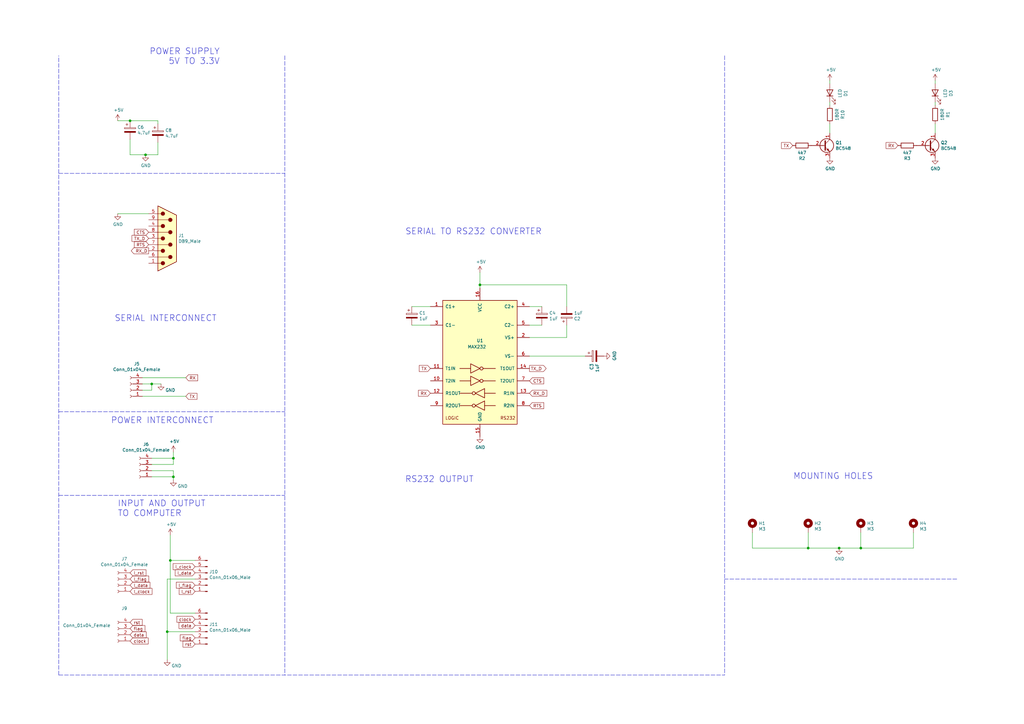
<source format=kicad_sch>
(kicad_sch (version 20211123) (generator eeschema)
  (paper "A3")
  (title_block (title "ASCII VIDEO TERMINAL") (date "2021-07-18") (rev "1.0") (company "Silicon Chip") (comment 1 "Desiged by Geoff Graham") (comment 2 "PCB by Gwyllym Suter") (comment 3 "Source code https://geoffg.net/terminal.html"))
  (lib_symbols
    (symbol "Connector:Conn_01x04_Female" (pin_names (offset 1.016) hide)
      (property "Reference" "J" (at 0 5.08 0))
      (property "Value" "Conn_01x04_Female" (at 0 -7.62 0))
      (symbol "Conn_01x04_Female_1_1"
        (arc (start 0 -4.572) (mid -0.508 -5.08) (end 0 -5.588) (stroke (width 0.1524)))
        (arc (start 0 -2.032) (mid -0.508 -2.54) (end 0 -3.048) (stroke (width 0.1524)))
        (polyline (pts (xy -1.27 -5.08) (xy -0.508 -5.08)) (stroke (width 0.1524)))
        (polyline (pts (xy -1.27 -2.54) (xy -0.508 -2.54)) (stroke (width 0.1524)))
        (polyline (pts (xy -1.27 0) (xy -0.508 0)) (stroke (width 0.1524)))
        (polyline (pts (xy -1.27 2.54) (xy -0.508 2.54)) (stroke (width 0.1524)))
        (arc (start 0 0.508) (mid -0.508 0) (end 0 -0.508) (stroke (width 0.1524)))
        (arc (start 0 3.048) (mid -0.508 2.54) (end 0 2.032) (stroke (width 0.1524)))
        (pin passive line (at -5.08 2.54 0) (length 3.81) (name "Pin_1") (number "1"))
        (pin passive line (at -5.08 0 0) (length 3.81) (name "Pin_2") (number "2"))
        (pin passive line (at -5.08 -2.54 0) (length 3.81) (name "Pin_3") (number "3"))
        (pin passive line (at -5.08 -5.08 0) (length 3.81) (name "Pin_4") (number "4"))
      )
    )
    (symbol "Connector:Conn_01x06_Male" (pin_names (offset 1.016) hide)
      (property "Reference" "J" (at 0 7.62 0))
      (property "Value" "Conn_01x06_Male" (at 0 -10.16 0))
      (symbol "Conn_01x06_Male_1_1"
        (polyline (pts (xy 1.27 -7.62) (xy 0.8636 -7.62)) (stroke (width 0.1524)))
        (polyline (pts (xy 1.27 -5.08) (xy 0.8636 -5.08)) (stroke (width 0.1524)))
        (polyline (pts (xy 1.27 -2.54) (xy 0.8636 -2.54)) (stroke (width 0.1524)))
        (polyline (pts (xy 1.27 0) (xy 0.8636 0)) (stroke (width 0.1524)))
        (polyline (pts (xy 1.27 2.54) (xy 0.8636 2.54)) (stroke (width 0.1524)))
        (polyline (pts (xy 1.27 5.08) (xy 0.8636 5.08)) (stroke (width 0.1524)))
        (rectangle (start 0.8636 -7.493) (end 0 -7.747) (stroke (width 0.1524)) (fill (type outline)))
        (rectangle (start 0.8636 -4.953) (end 0 -5.207) (stroke (width 0.1524)) (fill (type outline)))
        (rectangle (start 0.8636 -2.413) (end 0 -2.667) (stroke (width 0.1524)) (fill (type outline)))
        (rectangle (start 0.8636 0.127) (end 0 -0.127) (stroke (width 0.1524)) (fill (type outline)))
        (rectangle (start 0.8636 2.667) (end 0 2.413) (stroke (width 0.1524)) (fill (type outline)))
        (rectangle (start 0.8636 5.207) (end 0 4.953) (stroke (width 0.1524)) (fill (type outline)))
        (pin passive line (at 5.08 5.08 180) (length 3.81) (name "Pin_1") (number "1"))
        (pin passive line (at 5.08 2.54 180) (length 3.81) (name "Pin_2") (number "2"))
        (pin passive line (at 5.08 0 180) (length 3.81) (name "Pin_3") (number "3"))
        (pin passive line (at 5.08 -2.54 180) (length 3.81) (name "Pin_4") (number "4"))
        (pin passive line (at 5.08 -5.08 180) (length 3.81) (name "Pin_5") (number "5"))
        (pin passive line (at 5.08 -7.62 180) (length 3.81) (name "Pin_6") (number "6"))
      )
    )
    (symbol "Connector:DB9_Male" (pin_names (offset 1.016) hide)
      (property "Reference" "J" (at 0 13.97 0))
      (property "Value" "DB9_Male" (at 0 -14.605 0))
      (symbol "DB9_Male_0_1"
        (circle (center -1.778 -10.16) (radius 0.762) (fill (type outline)))
        (circle (center -1.778 -5.08) (radius 0.762) (fill (type outline)))
        (circle (center -1.778 0) (radius 0.762) (fill (type outline)))
        (circle (center -1.778 5.08) (radius 0.762) (fill (type outline)))
        (circle (center -1.778 10.16) (radius 0.762) (fill (type outline)))
        (polyline (pts (xy -3.81 -10.16) (xy -2.54 -10.16)))
        (polyline (pts (xy -3.81 -7.62) (xy 0.508 -7.62)))
        (polyline (pts (xy -3.81 -5.08) (xy -2.54 -5.08)))
        (polyline (pts (xy -3.81 -2.54) (xy 0.508 -2.54)))
        (polyline (pts (xy -3.81 0) (xy -2.54 0)))
        (polyline (pts (xy -3.81 2.54) (xy 0.508 2.54)))
        (polyline (pts (xy -3.81 5.08) (xy -2.54 5.08)))
        (polyline (pts (xy -3.81 7.62) (xy 0.508 7.62)))
        (polyline (pts (xy -3.81 10.16) (xy -2.54 10.16)))
        (polyline (pts (xy -3.81 -13.335) (xy -3.81 13.335) (xy 3.81 9.525) (xy 3.81 -9.525) (xy -3.81 -13.335)) (stroke (width 0.254)) (fill (type background)))
        (circle (center 1.27 -7.62) (radius 0.762) (fill (type outline)))
        (circle (center 1.27 -2.54) (radius 0.762) (fill (type outline)))
        (circle (center 1.27 2.54) (radius 0.762) (fill (type outline)))
        (circle (center 1.27 7.62) (radius 0.762) (fill (type outline)))
      )
      (symbol "DB9_Male_1_1"
        (pin passive line (at -7.62 -10.16 0) (length 3.81) (name "1") (number "1"))
        (pin passive line (at -7.62 -5.08 0) (length 3.81) (name "2") (number "2"))
        (pin passive line (at -7.62 0 0) (length 3.81) (name "3") (number "3"))
        (pin passive line (at -7.62 5.08 0) (length 3.81) (name "4") (number "4"))
        (pin passive line (at -7.62 10.16 0) (length 3.81) (name "5") (number "5"))
        (pin passive line (at -7.62 -7.62 0) (length 3.81) (name "6") (number "6"))
        (pin passive line (at -7.62 -2.54 0) (length 3.81) (name "7") (number "7"))
        (pin passive line (at -7.62 2.54 0) (length 3.81) (name "8") (number "8"))
        (pin passive line (at -7.62 7.62 0) (length 3.81) (name "9") (number "9"))
      )
    )
    (symbol "Device:LED" (pin_numbers hide) (pin_names (offset 1.016) hide)
      (property "Reference" "D" (at 0 2.54 0))
      (property "Value" "LED" (at 0 -2.54 0))
      (symbol "LED_0_1"
        (polyline (pts (xy -1.27 -1.27) (xy -1.27 1.27)) (stroke (width 0.254)))
        (polyline (pts (xy -1.27 0) (xy 1.27 0)))
        (polyline (pts (xy 1.27 -1.27) (xy 1.27 1.27) (xy -1.27 0) (xy 1.27 -1.27)) (stroke (width 0.254)))
        (polyline (pts (xy -3.048 -0.762) (xy -4.572 -2.286) (xy -3.81 -2.286) (xy -4.572 -2.286) (xy -4.572 -1.524)))
        (polyline (pts (xy -1.778 -0.762) (xy -3.302 -2.286) (xy -2.54 -2.286) (xy -3.302 -2.286) (xy -3.302 -1.524)))
      )
      (symbol "LED_1_1"
        (pin passive line (at -3.81 0 0) (length 2.54) (name "K") (number "1"))
        (pin passive line (at 3.81 0 180) (length 2.54) (name "A") (number "2"))
      )
    )
    (symbol "Device:R" (pin_numbers hide) (pin_names (offset 0))
      (property "Reference" "R" (at 2.032 0 90))
      (property "Value" "R" (at 0 0 90))
      (symbol "R_0_1"
        (rectangle (start -1.016 -2.54) (end 1.016 2.54) (stroke (width 0.254)))
      )
      (symbol "R_1_1"
        (pin passive line (at 0 3.81 270) (length 1.27) (name "~") (number "1"))
        (pin passive line (at 0 -3.81 90) (length 1.27) (name "~") (number "2"))
      )
    )
    (symbol "Interface_UART:MAX232" (pin_names (offset 1.016))
      (property "Reference" "U" (at -2.54 28.575 0))
      (property "Value" "MAX232" (at -2.54 26.67 0))
      (symbol "MAX232_0_0"
        (text "LOGIC" (at -11.43 -22.86 0) (effects (font (size 1.27 1.27))))
        (text "RS232" (at 11.43 -22.86 0) (effects (font (size 1.27 1.27))))
      )
      (symbol "MAX232_0_1"
        (rectangle (start -15.24 -25.4) (end 15.24 25.4) (stroke (width 0.254)) (fill (type background)))
        (circle (center -2.54 -17.78) (radius 0.635) (stroke (width 0.254)))
        (circle (center -2.54 -12.7) (radius 0.635) (stroke (width 0.254)))
        (polyline (pts (xy -3.81 -7.62) (xy -8.255 -7.62)) (stroke (width 0.254)))
        (polyline (pts (xy -3.81 -2.54) (xy -8.255 -2.54)) (stroke (width 0.254)))
        (polyline (pts (xy -3.175 -17.78) (xy -8.255 -17.78)) (stroke (width 0.254)))
        (polyline (pts (xy -3.175 -12.7) (xy -8.255 -12.7)) (stroke (width 0.254)))
        (polyline (pts (xy 1.27 -7.62) (xy 6.35 -7.62)) (stroke (width 0.254)))
        (polyline (pts (xy 1.27 -2.54) (xy 6.35 -2.54)) (stroke (width 0.254)))
        (polyline (pts (xy 1.905 -17.78) (xy 6.35 -17.78)) (stroke (width 0.254)))
        (polyline (pts (xy 1.905 -12.7) (xy 6.35 -12.7)) (stroke (width 0.254)))
        (polyline (pts (xy -3.81 -5.715) (xy -3.81 -9.525) (xy 0 -7.62) (xy -3.81 -5.715)) (stroke (width 0.254)))
        (polyline (pts (xy -3.81 -0.635) (xy -3.81 -4.445) (xy 0 -2.54) (xy -3.81 -0.635)) (stroke (width 0.254)))
        (polyline (pts (xy 1.905 -15.875) (xy 1.905 -19.685) (xy -1.905 -17.78) (xy 1.905 -15.875)) (stroke (width 0.254)))
        (polyline (pts (xy 1.905 -10.795) (xy 1.905 -14.605) (xy -1.905 -12.7) (xy 1.905 -10.795)) (stroke (width 0.254)))
        (circle (center 0.635 -7.62) (radius 0.635) (stroke (width 0.254)))
        (circle (center 0.635 -2.54) (radius 0.635) (stroke (width 0.254)))
      )
      (symbol "MAX232_1_1"
        (pin passive line (at -20.32 22.86 0) (length 5.08) (name "C1+") (number "1"))
        (pin input line (at -20.32 -7.62 0) (length 5.08) (name "T2IN") (number "10"))
        (pin input line (at -20.32 -2.54 0) (length 5.08) (name "T1IN") (number "11"))
        (pin output line (at -20.32 -12.7 0) (length 5.08) (name "R1OUT") (number "12"))
        (pin input line (at 20.32 -12.7 180) (length 5.08) (name "R1IN") (number "13"))
        (pin output line (at 20.32 -2.54 180) (length 5.08) (name "T1OUT") (number "14"))
        (pin power_in line (at 0 -30.48 90) (length 5.08) (name "GND") (number "15"))
        (pin power_in line (at 0 30.48 270) (length 5.08) (name "VCC") (number "16"))
        (pin power_out line (at 20.32 10.16 180) (length 5.08) (name "VS+") (number "2"))
        (pin passive line (at -20.32 15.24 0) (length 5.08) (name "C1-") (number "3"))
        (pin passive line (at 20.32 22.86 180) (length 5.08) (name "C2+") (number "4"))
        (pin passive line (at 20.32 15.24 180) (length 5.08) (name "C2-") (number "5"))
        (pin power_out line (at 20.32 2.54 180) (length 5.08) (name "VS-") (number "6"))
        (pin output line (at 20.32 -7.62 180) (length 5.08) (name "T2OUT") (number "7"))
        (pin input line (at 20.32 -17.78 180) (length 5.08) (name "R2IN") (number "8"))
        (pin output line (at -20.32 -17.78 0) (length 5.08) (name "R2OUT") (number "9"))
      )
    )
    (symbol "Mechanical:MountingHole_Pad" (pin_numbers hide) (pin_names (offset 1.016) hide)
      (property "Reference" "H" (at 0 6.35 0))
      (property "Value" "MountingHole_Pad" (at 0 4.445 0))
      (symbol "MountingHole_Pad_0_1"
        (circle (center 0 1.27) (radius 1.27) (stroke (width 1.27)))
      )
      (symbol "MountingHole_Pad_1_1"
        (pin input line (at 0 -2.54 90) (length 2.54) (name "1") (number "1"))
      )
    )
    (symbol "RS232-rescue:CP-Device" (pin_numbers hide) (pin_names (offset 0.254))
      (property "Reference" "C" (at 0.635 2.54 0))
      (property "Value" "CP-Device" (at 0.635 -2.54 0))
      (symbol "CP-Device_0_1"
        (rectangle (start -2.286 0.508) (end 2.286 1.016))
        (polyline (pts (xy -1.778 2.286) (xy -0.762 2.286)))
        (polyline (pts (xy -1.27 2.794) (xy -1.27 1.778)))
        (rectangle (start 2.286 -0.508) (end -2.286 -1.016) (fill (type outline)))
      )
      (symbol "CP-Device_1_1"
        (pin passive line (at 0 3.81 270) (length 2.794) (name "~") (number "1"))
        (pin passive line (at 0 -3.81 90) (length 2.794) (name "~") (number "2"))
      )
    )
    (symbol "Transistor_BJT:BC548" (pin_names (offset 0) hide)
      (property "Reference" "Q" (at 5.08 1.905 0))
      (property "Value" "BC548" (at 5.08 0 0))
      (symbol "BC548_0_1"
        (polyline (pts (xy 0 0) (xy 0.635 0)))
        (polyline (pts (xy 0.635 0.635) (xy 2.54 2.54)))
        (polyline (pts (xy 0.635 -0.635) (xy 2.54 -2.54) (xy 2.54 -2.54)))
        (polyline (pts (xy 0.635 1.905) (xy 0.635 -1.905) (xy 0.635 -1.905)) (stroke (width 0.508)))
        (polyline (pts (xy 1.27 -1.778) (xy 1.778 -1.27) (xy 2.286 -2.286) (xy 1.27 -1.778) (xy 1.27 -1.778)) (fill (type outline)))
        (circle (center 1.27 0) (radius 2.8194) (stroke (width 0.254)))
      )
      (symbol "BC548_1_1"
        (pin passive line (at 2.54 5.08 270) (length 2.54) (name "C") (number "1"))
        (pin input line (at -5.08 0 0) (length 5.08) (name "B") (number "2"))
        (pin passive line (at 2.54 -5.08 90) (length 2.54) (name "E") (number "3"))
      )
    )
    (symbol "power:+5V" (power) (pin_names (offset 0))
      (property "Value" "+5V" (at 0 3.556 0))
      (symbol "+5V_0_1"
        (polyline (pts (xy -0.762 1.27) (xy 0 2.54)))
        (polyline (pts (xy 0 0) (xy 0 2.54)))
        (polyline (pts (xy 0 2.54) (xy 0.762 1.27)))
      )
      (symbol "+5V_1_1"
        (pin power_in line (at 0 0 90) (length 0) hide (name "+5V") (number "1"))
      )
    )
    (symbol "power:GND" (power) (pin_names (offset 0))
      (property "Value" "GND" (at 0 -3.81 0))
      (symbol "GND_0_1"
        (polyline (pts (xy 0 0) (xy 0 -1.27) (xy 1.27 -1.27) (xy 0 -2.54) (xy -1.27 -1.27) (xy 0 -1.27)))
      )
      (symbol "GND_1_1"
        (pin power_in line (at 0 0 270) (length 0) hide (name "GND") (number "1"))
      )
    )
  )
  (junction (at 68.58 259.08))
  (junction (at 353.06 224.79))
  (junction (at 71.12 187.96))
  (junction (at 71.12 195.58))
  (junction (at 69.85 229.87))
  (junction (at 62.23 157.48))
  (junction (at 53.34 49.53))
  (junction (at 344.17 224.79))
  (junction (at 331.47 224.79))
  (junction (at 196.85 116.84))
  (junction (at 59.69 63.5))
  (wire (pts (xy 217.17 125.73) (xy 222.25 125.73)))
  (wire (pts (xy 71.12 187.96) (xy 71.12 185.42)))
  (wire (pts (xy 58.42 157.48) (xy 62.23 157.48)))
  (wire (pts (xy 58.42 154.94) (xy 76.2 154.94)))
  (wire (pts (xy 308.61 224.79) (xy 331.47 224.79)))
  (polyline (pts (xy 24.13 276.86) (xy 297.18 276.86)))
  (wire (pts (xy 353.06 224.79) (xy 374.65 224.79)))
  (wire (pts (xy 62.23 160.02) (xy 58.42 160.02)))
  (wire (pts (xy 196.85 116.84) (xy 196.85 118.11)))
  (wire (pts (xy 68.58 270.51) (xy 68.58 259.08)))
  (wire (pts (xy 383.54 50.8) (xy 383.54 54.61)))
  (wire (pts (xy 217.17 133.35) (xy 222.25 133.35)))
  (wire (pts (xy 232.41 116.84) (xy 196.85 116.84)))
  (polyline (pts (xy 116.84 22.86) (xy 116.84 276.86)))
  (wire (pts (xy 68.58 237.49) (xy 80.01 237.49)))
  (wire (pts (xy 62.23 190.5) (xy 71.12 190.5)))
  (wire (pts (xy 232.41 138.43) (xy 217.17 138.43)))
  (wire (pts (xy 69.85 251.46) (xy 69.85 229.87)))
  (wire (pts (xy 217.17 146.05) (xy 240.03 146.05)))
  (polyline (pts (xy 392.43 237.49) (xy 297.18 237.49)))
  (wire (pts (xy 374.65 224.79) (xy 374.65 218.44)))
  (wire (pts (xy 71.12 190.5) (xy 71.12 187.96)))
  (wire (pts (xy 64.77 50.8) (xy 64.77 49.53)))
  (wire (pts (xy 331.47 224.79) (xy 344.17 224.79)))
  (wire (pts (xy 232.41 133.35) (xy 232.41 138.43)))
  (wire (pts (xy 80.01 229.87) (xy 69.85 229.87)))
  (wire (pts (xy 62.23 187.96) (xy 71.12 187.96)))
  (polyline (pts (xy 24.13 203.2) (xy 116.84 203.2)))
  (wire (pts (xy 331.47 218.44) (xy 331.47 224.79)))
  (wire (pts (xy 176.53 133.35) (xy 168.91 133.35)))
  (polyline (pts (xy 24.13 168.91) (xy 116.84 168.91)))
  (wire (pts (xy 64.77 58.42) (xy 64.77 63.5)))
  (wire (pts (xy 232.41 125.73) (xy 232.41 116.84)))
  (wire (pts (xy 62.23 157.48) (xy 62.23 160.02)))
  (wire (pts (xy 383.54 33.02) (xy 383.54 34.29)))
  (wire (pts (xy 71.12 195.58) (xy 71.12 196.85)))
  (polyline (pts (xy 24.13 276.86) (xy 24.13 22.86)))
  (wire (pts (xy 59.69 63.5) (xy 64.77 63.5)))
  (wire (pts (xy 53.34 49.53) (xy 64.77 49.53)))
  (wire (pts (xy 68.58 237.49) (xy 68.58 259.08)))
  (polyline (pts (xy 24.13 71.12) (xy 116.84 71.12)))
  (wire (pts (xy 308.61 218.44) (xy 308.61 224.79)))
  (wire (pts (xy 62.23 157.48) (xy 66.04 157.48)))
  (wire (pts (xy 68.58 259.08) (xy 80.01 259.08)))
  (wire (pts (xy 76.2 162.56) (xy 58.42 162.56)))
  (wire (pts (xy 48.26 87.63) (xy 60.96 87.63)))
  (wire (pts (xy 69.85 229.87) (xy 69.85 219.456)))
  (wire (pts (xy 383.54 43.18) (xy 383.54 41.91)))
  (wire (pts (xy 62.23 195.58) (xy 71.12 195.58)))
  (wire (pts (xy 196.85 111.76) (xy 196.85 116.84)))
  (wire (pts (xy 353.06 218.44) (xy 353.06 224.79)))
  (wire (pts (xy 340.36 50.8) (xy 340.36 54.61)))
  (wire (pts (xy 53.34 63.5) (xy 59.69 63.5)))
  (wire (pts (xy 69.85 251.46) (xy 80.01 251.46)))
  (wire (pts (xy 344.17 224.79) (xy 353.06 224.79)))
  (wire (pts (xy 62.23 193.04) (xy 71.12 193.04)))
  (wire (pts (xy 340.36 43.18) (xy 340.36 41.91)))
  (wire (pts (xy 53.34 57.15) (xy 53.34 63.5)))
  (wire (pts (xy 48.26 49.53) (xy 53.34 49.53)))
  (polyline (pts (xy 297.18 22.86) (xy 297.18 276.86)))
  (wire (pts (xy 71.12 193.04) (xy 71.12 195.58)))
  (wire (pts (xy 176.53 125.73) (xy 168.91 125.73)))
  (wire (pts (xy 340.36 33.02) (xy 340.36 34.29)))
  (text "SERIAL INTERCONNECT" (at 88.9 132.08 180) (effects (font (size 2.4892 2.4892)) (justify right bottom)))
  (text "POWER INTERCONNECT" (at 87.63 173.99 180) (effects (font (size 2.4892 2.4892)) (justify right bottom)))
  (text "MOUNTING HOLES\n" (at 358.14 196.85 180) (effects (font (size 2.4892 2.4892)) (justify right bottom)))
  (text "SERIAL TO RS232 CONVERTER" (at 222.25 96.52 180) (effects (font (size 2.4892 2.4892)) (justify right bottom)))
  (text "POWER SUPPLY\n5V TO 3.3V" (at 90.17 26.67 180) (effects (font (size 2.4892 2.4892)) (justify right bottom)))
  (text "RS232 OUTPUT" (at 194.31 198.12 180) (effects (font (size 2.4892 2.4892)) (justify right bottom)))
  (text "INPUT AND OUTPUT\nTO COMPUTER" (at 48.26 212.09 0) (effects (font (size 2.4892 2.4892)) (justify left bottom)))
  (global_label "I_clock" (shape input) (at 53.34 242.57 0) (property "Intersheet References" "${INTERSHEET_REFS}" (effects hide)))
  (global_label "RX_D" (shape output) (at 60.96 102.87 180) (property "Intersheet References" "${INTERSHEET_REFS}" (effects hide)))
  (global_label "flag" (shape input) (at 80.01 261.62 180) (property "Intersheet References" "${INTERSHEET_REFS}" (effects hide)))
  (global_label "rst" (shape input) (at 53.34 255.27 0) (property "Intersheet References" "${INTERSHEET_REFS}" (effects hide)))
  (global_label "RTS" (shape input) (at 60.96 100.33 180) (property "Intersheet References" "${INTERSHEET_REFS}" (effects hide)))
  (global_label "rst" (shape input) (at 80.01 264.16 180) (property "Intersheet References" "${INTERSHEET_REFS}" (effects hide)))
  (global_label "CTS" (shape input) (at 60.96 95.25 180) (property "Intersheet References" "${INTERSHEET_REFS}" (effects hide)))
  (global_label "RX" (shape input) (at 176.53 161.29 180) (property "Intersheet References" "${INTERSHEET_REFS}" (effects hide)))
  (global_label "I_clock" (shape input) (at 80.01 232.41 180) (property "Intersheet References" "${INTERSHEET_REFS}" (effects hide)))
  (global_label "I_data" (shape input) (at 53.34 240.03 0) (property "Intersheet References" "${INTERSHEET_REFS}" (effects hide)))
  (global_label "RX" (shape input) (at 368.3 59.69 180) (property "Intersheet References" "${INTERSHEET_REFS}" (effects hide)))
  (global_label "I_flag" (shape input) (at 53.34 237.49 0) (property "Intersheet References" "${INTERSHEET_REFS}" (effects hide)))
  (global_label "RTS" (shape input) (at 217.17 166.37 0) (property "Intersheet References" "${INTERSHEET_REFS}" (effects hide)))
  (global_label "TX" (shape input) (at 325.12 59.69 180) (property "Intersheet References" "${INTERSHEET_REFS}" (effects hide)))
  (global_label "TX" (shape input) (at 76.2 162.56 0) (property "Intersheet References" "${INTERSHEET_REFS}" (effects hide)))
  (global_label "TX_D" (shape input) (at 60.96 97.79 180) (property "Intersheet References" "${INTERSHEET_REFS}" (effects hide)))
  (global_label "CTS" (shape input) (at 217.17 156.21 0) (property "Intersheet References" "${INTERSHEET_REFS}" (effects hide)))
  (global_label "I_flag" (shape input) (at 80.01 240.03 180) (property "Intersheet References" "${INTERSHEET_REFS}" (effects hide)))
  (global_label "data" (shape input) (at 80.01 256.54 180) (property "Intersheet References" "${INTERSHEET_REFS}" (effects hide)))
  (global_label "TX_D" (shape output) (at 217.17 151.13 0) (property "Intersheet References" "${INTERSHEET_REFS}" (effects hide)))
  (global_label "clock" (shape input) (at 53.34 262.89 0) (property "Intersheet References" "${INTERSHEET_REFS}" (effects hide)))
  (global_label "RX_D" (shape input) (at 217.17 161.29 0) (property "Intersheet References" "${INTERSHEET_REFS}" (effects hide)))
  (global_label "I_rst" (shape input) (at 80.01 242.57 180) (property "Intersheet References" "${INTERSHEET_REFS}" (effects hide)))
  (global_label "RX" (shape input) (at 76.2 154.94 0) (property "Intersheet References" "${INTERSHEET_REFS}" (effects hide)))
  (global_label "data" (shape input) (at 53.34 260.35 0) (property "Intersheet References" "${INTERSHEET_REFS}" (effects hide)))
  (global_label "I_data" (shape input) (at 80.01 234.95 180) (property "Intersheet References" "${INTERSHEET_REFS}" (effects hide)))
  (global_label "clock" (shape input) (at 80.01 254 180) (property "Intersheet References" "${INTERSHEET_REFS}" (effects hide)))
  (global_label "flag" (shape input) (at 53.34 257.81 0) (property "Intersheet References" "${INTERSHEET_REFS}" (effects hide)))
  (global_label "TX" (shape input) (at 176.53 151.13 180) (property "Intersheet References" "${INTERSHEET_REFS}" (effects hide)))
  (global_label "I_rst" (shape input) (at 53.34 234.95 0) (property "Intersheet References" "${INTERSHEET_REFS}" (effects hide)))
  (symbol (lib_id "Interface_UART:MAX232") (at 196.85 148.59 0) (unit 1)
    (property "Reference" "U1" (at 196.85 139.7 0))
    (property "Value" "MAX232" (at 195.58 142.24 0))
    (property "Footprint" "Package_DIP:DIP-16_W7.62mm" (effects hide))
    (property "Datasheet" "http://www.ti.com/lit/ds/symlink/max232.pdf" (effects hide))
  )
  (symbol (lib_id "RS232-rescue:CP-Device") (at 168.91 129.54 0) (unit 1)
    (property "Reference" "C1" (at 171.9072 128.3716 0) (effects (justify left)))
    (property "Value" "1uF" (at 171.9072 130.683 0) (effects (justify left)))
    (property "Footprint" "Capacitor_THT:CP_Radial_D5.0mm_P2.50mm" (effects hide))
  )
  (symbol (lib_id "RS232-rescue:CP-Device") (at 232.41 129.54 0) (mirror x) (unit 1)
    (property "Reference" "C2" (at 235.4072 130.7084 0) (effects (justify left)))
    (property "Value" "1uF" (at 235.4072 128.397 0) (effects (justify left)))
    (property "Footprint" "Capacitor_THT:CP_Radial_D5.0mm_P2.50mm" (effects hide))
  )
  (symbol (lib_id "RS232-rescue:CP-Device") (at 243.84 146.05 90) (mirror x) (unit 1)
    (property "Reference" "C3" (at 242.6716 149.0472 0) (effects (justify left)))
    (property "Value" "1uF" (at 244.983 149.0472 0) (effects (justify left)))
    (property "Footprint" "Capacitor_THT:CP_Radial_D5.0mm_P2.50mm" (effects hide))
  )
  (symbol (lib_id "power:GND") (at 247.65 146.05 90) (unit 1)
    (property "Reference" "#PWR0101" (effects hide))
    (property "Value" "GND" (at 252.0442 145.923 0))
  )
  (symbol (lib_id "Connector:Conn_01x04_Female") (at 53.34 160.02 180) (unit 1)
    (property "Reference" "J5" (at 56.0832 149.225 0))
    (property "Value" "Conn_01x04_Female" (at 56.0832 151.5364 0))
    (property "Footprint" "Connector_PinSocket_2.54mm:PinSocket_1x04_P2.54mm_Vertical" (effects hide))
  )
  (symbol (lib_id "power:+5V") (at 196.85 111.76 0) (unit 1)
    (property "Reference" "#PWR0102" (effects hide))
    (property "Value" "+5V" (at 197.231 107.3658 0))
  )
  (symbol (lib_id "power:GND") (at 66.04 157.48 0) (unit 1)
    (property "Reference" "#PWR0109" (effects hide))
    (property "Value" "GND" (at 69.85 160.02 0))
  )
  (symbol (lib_id "Connector:DB9_Male") (at 68.58 97.79 0) (unit 1)
    (property "Reference" "J1" (at 73.152 96.6216 0) (effects (justify left)))
    (property "Value" "DB9_Male" (at 73.152 98.933 0) (effects (justify left)))
    (property "Footprint" "Connector_Dsub:DSUB-9_Male_Horizontal_P2.77x2.84mm_EdgePinOffset4.94mm_Housed_MountingHolesOffset7.48mm" (effects hide))
    (property "Datasheet" " ~" (effects hide))
  )
  (symbol (lib_id "Mechanical:MountingHole_Pad") (at 308.61 215.9 0) (unit 1)
    (property "Reference" "H1" (at 311.15 214.6554 0) (effects (justify left)))
    (property "Value" "M3" (at 311.15 216.9668 0) (effects (justify left)))
    (property "Footprint" "MountingHole:MountingHole_3.2mm_M3_Pad_Via" (effects hide))
  )
  (symbol (lib_id "Mechanical:MountingHole_Pad") (at 331.47 215.9 0) (unit 1)
    (property "Reference" "H2" (at 334.01 214.6554 0) (effects (justify left)))
    (property "Value" "M3" (at 334.01 216.9668 0) (effects (justify left)))
    (property "Footprint" "MountingHole:MountingHole_3.2mm_M3_Pad_Via" (effects hide))
  )
  (symbol (lib_id "Mechanical:MountingHole_Pad") (at 353.06 215.9 0) (unit 1)
    (property "Reference" "H3" (at 355.6 214.6554 0) (effects (justify left)))
    (property "Value" "M3" (at 355.6 216.9668 0) (effects (justify left)))
    (property "Footprint" "MountingHole:MountingHole_3.2mm_M3_Pad_Via" (effects hide))
  )
  (symbol (lib_id "Mechanical:MountingHole_Pad") (at 374.65 215.9 0) (unit 1)
    (property "Reference" "H4" (at 377.19 214.6554 0) (effects (justify left)))
    (property "Value" "M3" (at 377.19 216.9668 0) (effects (justify left)))
    (property "Footprint" "MountingHole:MountingHole_3.2mm_M3_Pad_Via" (effects hide))
  )
  (symbol (lib_id "power:GND") (at 344.17 224.79 0) (unit 1)
    (property "Reference" "#PWR0111" (effects hide))
    (property "Value" "GND" (at 344.297 229.1842 0))
  )
  (symbol (lib_id "Connector:Conn_01x04_Female") (at 57.15 193.04 180) (unit 1)
    (property "Reference" "J6" (at 59.8932 182.245 0))
    (property "Value" "Conn_01x04_Female" (at 59.8932 184.5564 0))
    (property "Footprint" "Connector_PinSocket_2.54mm:PinSocket_1x04_P2.54mm_Vertical" (effects hide))
  )
  (symbol (lib_id "power:GND") (at 71.12 196.85 0) (unit 1)
    (property "Reference" "#PWR0112" (effects hide))
    (property "Value" "GND" (at 74.93 199.39 0))
  )
  (symbol (lib_id "power:+5V") (at 71.12 185.42 0) (unit 1)
    (property "Reference" "#PWR0113" (effects hide))
    (property "Value" "+5V" (at 71.501 181.0258 0))
  )
  (symbol (lib_id "power:GND") (at 59.69 63.5 0) (unit 1)
    (property "Reference" "#PWR0103" (effects hide))
    (property "Value" "GND" (at 59.817 67.8942 0))
  )
  (symbol (lib_id "power:GND") (at 196.85 179.07 0) (unit 1)
    (property "Reference" "#PWR0104" (effects hide))
    (property "Value" "GND" (at 196.977 183.4642 0))
  )
  (symbol (lib_id "power:GND") (at 48.26 87.63 0) (unit 1)
    (property "Reference" "#PWR0105" (effects hide))
    (property "Value" "GND" (at 48.387 92.0242 0))
  )
  (symbol (lib_id "Connector:Conn_01x04_Female") (at 48.26 240.03 180) (unit 1)
    (property "Reference" "J7" (at 51.0032 229.235 0))
    (property "Value" "Conn_01x04_Female" (at 51.0032 231.5464 0))
    (property "Footprint" "Connector_PinSocket_2.54mm:PinSocket_1x04_P2.54mm_Vertical" (effects hide))
  )
  (symbol (lib_id "power:+5V") (at 340.36 33.02 0) (unit 1)
    (property "Reference" "#PWR0106" (effects hide))
    (property "Value" "+5V" (at 340.741 28.6258 0))
  )
  (symbol (lib_id "Transistor_BJT:BC548") (at 337.82 59.69 0) (unit 1)
    (property "Reference" "Q1" (at 342.6714 58.5216 0) (effects (justify left)))
    (property "Value" "BC548" (at 342.6714 60.833 0) (effects (justify left)))
    (property "Footprint" "Package_TO_SOT_THT:TO-92_Inline_Wide" (effects hide))
    (property "Datasheet" "https://www.onsemi.com/pub/Collateral/BC550-D.pdf" (effects hide))
  )
  (symbol (lib_id "RS232-rescue:CP-Device") (at 222.25 129.54 0) (unit 1)
    (property "Reference" "C4" (at 225.2472 128.3716 0) (effects (justify left)))
    (property "Value" "1uF" (at 225.2472 130.683 0) (effects (justify left)))
    (property "Footprint" "Capacitor_THT:CP_Radial_D5.0mm_P2.50mm" (effects hide))
  )
  (symbol (lib_id "power:GND") (at 340.36 64.77 0) (unit 1)
    (property "Reference" "#PWR0107" (effects hide))
    (property "Value" "GND" (at 340.487 69.1642 0))
  )
  (symbol (lib_id "Device:R") (at 328.93 59.69 90) (unit 1)
    (property "Reference" "R2" (at 328.93 64.9478 90))
    (property "Value" "4k7" (at 328.93 62.6364 90))
    (property "Footprint" "Resistor_THT:R_Axial_DIN0207_L6.3mm_D2.5mm_P10.16mm_Horizontal" (effects hide))
  )
  (symbol (lib_id "Device:R") (at 383.54 46.99 180) (unit 1)
    (property "Reference" "R1" (at 388.7978 46.99 90))
    (property "Value" "180R" (at 386.4864 46.99 90))
    (property "Footprint" "Resistor_THT:R_Axial_DIN0207_L6.3mm_D2.5mm_P10.16mm_Horizontal" (effects hide))
  )
  (symbol (lib_id "Device:LED") (at 383.54 38.1 90) (unit 1)
    (property "Reference" "D3" (at 390.017 38.2778 0))
    (property "Value" "LED" (at 387.7056 38.2778 0))
    (property "Footprint" "LED_THT:LED_D5.0mm_Horizontal_O1.27mm_Z3.0mm" (effects hide))
  )
  (symbol (lib_id "power:+5V") (at 383.54 33.02 0) (unit 1)
    (property "Reference" "#PWR0108" (effects hide))
    (property "Value" "+5V" (at 383.921 28.6258 0))
  )
  (symbol (lib_id "Transistor_BJT:BC548") (at 381 59.69 0) (unit 1)
    (property "Reference" "Q2" (at 385.8514 58.5216 0) (effects (justify left)))
    (property "Value" "BC548" (at 385.8514 60.833 0) (effects (justify left)))
    (property "Footprint" "Package_TO_SOT_THT:TO-92_Inline_Wide" (effects hide))
    (property "Datasheet" "https://www.onsemi.com/pub/Collateral/BC550-D.pdf" (effects hide))
  )
  (symbol (lib_id "power:GND") (at 383.54 64.77 0) (unit 1)
    (property "Reference" "#PWR0110" (effects hide))
    (property "Value" "GND" (at 383.667 69.1642 0))
  )
  (symbol (lib_id "Device:R") (at 372.11 59.69 90) (unit 1)
    (property "Reference" "R3" (at 372.11 64.9478 90))
    (property "Value" "4k7" (at 372.11 62.6364 90))
    (property "Footprint" "Resistor_THT:R_Axial_DIN0207_L6.3mm_D2.5mm_P10.16mm_Horizontal" (effects hide))
  )
  (symbol (lib_id "RS232-rescue:CP-Device") (at 53.34 53.34 0) (unit 1)
    (property "Reference" "C6" (at 56.3372 52.1716 0) (effects (justify left)))
    (property "Value" "4.7uF" (at 56.3372 54.483 0) (effects (justify left)))
    (property "Footprint" "Capacitor_THT:CP_Axial_L11.0mm_D6.0mm_P18.00mm_Horizontal" (effects hide))
  )
  (symbol (lib_id "power:+5V") (at 48.26 49.53 0) (unit 1)
    (property "Reference" "#PWR0123" (effects hide))
    (property "Value" "+5V" (at 48.641 45.1358 0))
  )
  (symbol (lib_id "Device:R") (at 340.36 46.99 180) (unit 1)
    (property "Reference" "R10" (at 345.6178 46.99 90))
    (property "Value" "180R" (at 343.3064 46.99 90))
    (property "Footprint" "Resistor_THT:R_Axial_DIN0207_L6.3mm_D2.5mm_P10.16mm_Horizontal" (effects hide))
  )
  (symbol (lib_id "Device:LED") (at 340.36 38.1 90) (unit 1)
    (property "Reference" "D1" (at 346.837 38.2778 0))
    (property "Value" "LED" (at 344.5256 38.2778 0))
    (property "Footprint" "LED_THT:LED_D5.0mm_Horizontal_O1.27mm_Z3.0mm" (effects hide))
  )
  (symbol (lib_id "Connector:Conn_01x04_Female") (at 48.26 260.35 180) (unit 1)
    (property "Reference" "J9" (at 51.0032 249.555 0))
    (property "Value" "Conn_01x04_Female" (at 35.56 256.54 0))
    (property "Footprint" "Connector_PinSocket_2.54mm:PinSocket_1x04_P2.54mm_Vertical" (effects hide))
  )
  (symbol (lib_id "Connector:Conn_01x06_Male") (at 85.09 237.49 180) (unit 1)
    (property "Reference" "J10" (at 85.8012 234.4928 0) (effects (justify right)))
    (property "Value" "Conn_01x06_Male" (at 85.8012 236.8042 0) (effects (justify right)))
    (property "Footprint" "Connector_Molex:Molex_KK-254_AE-6410-06A_1x06_P2.54mm_Vertical" (effects hide))
  )
  (symbol (lib_id "Connector:Conn_01x06_Male") (at 85.09 259.08 180) (unit 1)
    (property "Reference" "J11" (at 85.8012 256.0828 0) (effects (justify right)))
    (property "Value" "Conn_01x06_Male" (at 85.8012 258.3942 0) (effects (justify right)))
    (property "Footprint" "Connector_Molex:Molex_KK-254_AE-6410-06A_1x06_P2.54mm_Vertical" (effects hide))
  )
  (symbol (lib_id "power:+5V") (at 69.85 219.456 0) (unit 1)
    (property "Reference" "#PWR0130" (effects hide))
    (property "Value" "+5V" (at 70.231 215.0618 0))
  )
  (symbol (lib_id "power:GND") (at 68.58 270.51 0) (unit 1)
    (property "Reference" "#PWR0131" (effects hide))
    (property "Value" "GND" (at 72.39 273.05 0))
  )
  (symbol (lib_id "RS232-rescue:CP-Device") (at 64.77 54.61 0) (unit 1)
    (property "Reference" "C8" (at 67.7672 53.4416 0) (effects (justify left)))
    (property "Value" "4.7uF" (at 67.7672 55.753 0) (effects (justify left)))
    (property "Footprint" "Capacitor_THT:CP_Axial_L11.0mm_D6.0mm_P18.00mm_Horizontal" (effects hide))
  )
)
</source>
